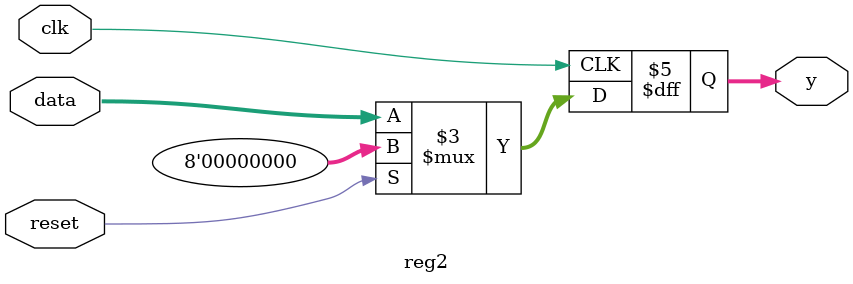
<source format=sv>
module reg1 #(parameter WIDTH = 8)
              (input logic clk, reset, en, 
                input logic [WIDTH-1:0] data,
                output logic[WIDTH-1:0] y);
                
  always_ff @(posedge clk)
    if (reset) y <= 0;
    else if(en) y <= data;
      
endmodule

module reg2 #(parameter WIDTH = 8)
              (input logic clk, reset, 
                input logic [WIDTH-1:0] data,
                output logic[WIDTH-1:0] y);
                
  always_ff @(posedge clk)
    if (reset) y <= 0;
    else y <= data;
      
endmodule 
</source>
